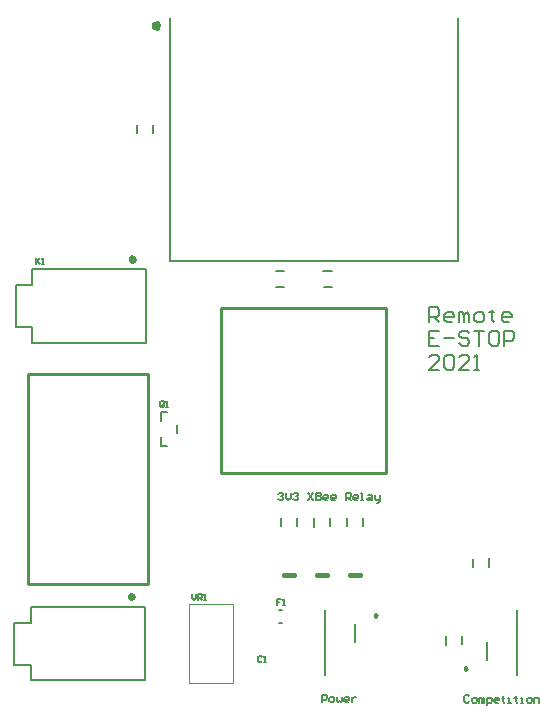
<source format=gto>
G04*
G04 #@! TF.GenerationSoftware,Altium Limited,Altium Designer,20.0.14 (345)*
G04*
G04 Layer_Color=65535*
%FSLAX25Y25*%
%MOIN*%
G70*
G01*
G75*
%ADD10C,0.01575*%
%ADD11C,0.00984*%
%ADD12C,0.01968*%
%ADD13C,0.00787*%
%ADD14C,0.00500*%
%ADD15C,0.01000*%
%ADD16C,0.00200*%
%ADD17C,0.00800*%
D10*
X160531Y329516D02*
X159987Y330265D01*
X159107Y329979D01*
Y329053D01*
X159987Y328767D01*
X160531Y329516D01*
X213425Y146504D02*
X216575D01*
X202426D02*
X205575D01*
X224426D02*
X227575D01*
D11*
X263484Y115142D02*
X262746Y115568D01*
Y114716D01*
X263484Y115142D01*
X233500Y132858D02*
X232762Y133284D01*
Y132432D01*
X233500Y132858D01*
D12*
X152500Y251500D02*
X151750Y251933D01*
Y251067D01*
X152500Y251500D01*
X152000Y139000D02*
X151250Y139433D01*
Y138567D01*
X152000Y139000D01*
D13*
X166559Y193795D02*
Y196205D01*
X161441Y200709D02*
X163500D01*
X161441Y189291D02*
Y192465D01*
Y197535D02*
Y200709D01*
Y189291D02*
X163500D01*
X217600Y162600D02*
Y165356D01*
X212300Y162500D02*
Y165256D01*
X200854Y134567D02*
X201839D01*
X200854Y130433D02*
X201839D01*
X269882Y118095D02*
Y124000D01*
X280118Y113173D02*
Y134827D01*
X156397Y223796D02*
Y248205D01*
X118500Y223796D02*
X156397D01*
X118500Y248205D02*
X156397D01*
X118500Y243000D02*
Y248205D01*
X113000Y243000D02*
X118500D01*
X113000Y229000D02*
Y243000D01*
Y229000D02*
X118500D01*
Y223796D02*
Y229000D01*
X155897Y111295D02*
Y135705D01*
X118000Y111295D02*
X155897D01*
X118000Y135705D02*
X155897D01*
X118000Y130500D02*
Y135705D01*
X112500Y130500D02*
X118000D01*
X112500Y116500D02*
Y130500D01*
Y116500D02*
X118000D01*
Y111295D02*
Y116500D01*
X206700Y162744D02*
Y165500D01*
X201400Y162644D02*
Y165400D01*
X226118Y124000D02*
Y129905D01*
X215882Y113173D02*
Y134827D01*
X199644Y247600D02*
X202400D01*
X199744Y242300D02*
X202500D01*
X215600Y242400D02*
X218356D01*
X215500Y247700D02*
X218256D01*
X223400Y162644D02*
Y165400D01*
X228700Y162744D02*
Y165500D01*
X270600Y149100D02*
Y151856D01*
X265300Y149000D02*
Y151756D01*
X158600Y293651D02*
Y296407D01*
X153300Y293551D02*
Y296307D01*
X256400Y123144D02*
Y125900D01*
X261700Y123244D02*
Y126000D01*
D14*
X164500Y251100D02*
X260500D01*
X164500D02*
Y332000D01*
X260500Y251100D02*
Y332000D01*
X264166Y105916D02*
X263750Y106332D01*
X262916D01*
X262500Y105916D01*
Y104250D01*
X262916Y103833D01*
X263750D01*
X264166Y104250D01*
X265416Y103833D02*
X266249D01*
X266665Y104250D01*
Y105083D01*
X266249Y105499D01*
X265416D01*
X264999Y105083D01*
Y104250D01*
X265416Y103833D01*
X267498D02*
Y105499D01*
X267915D01*
X268331Y105083D01*
Y103833D01*
Y105083D01*
X268748Y105499D01*
X269164Y105083D01*
Y103833D01*
X269998Y103000D02*
Y105499D01*
X271247D01*
X271664Y105083D01*
Y104250D01*
X271247Y103833D01*
X269998D01*
X273746D02*
X272913D01*
X272497Y104250D01*
Y105083D01*
X272913Y105499D01*
X273746D01*
X274163Y105083D01*
Y104666D01*
X272497D01*
X275413Y105916D02*
Y105499D01*
X274996D01*
X275829D01*
X275413D01*
Y104250D01*
X275829Y103833D01*
X277079D02*
X277912D01*
X277495D01*
Y105499D01*
X277079D01*
X279578Y105916D02*
Y105499D01*
X279161D01*
X279994D01*
X279578D01*
Y104250D01*
X279994Y103833D01*
X281244D02*
X282077D01*
X281661D01*
Y105499D01*
X281244D01*
X283743Y103833D02*
X284576D01*
X284993Y104250D01*
Y105083D01*
X284576Y105499D01*
X283743D01*
X283327Y105083D01*
Y104250D01*
X283743Y103833D01*
X285826D02*
Y105499D01*
X287075D01*
X287492Y105083D01*
Y103833D01*
X215000Y104000D02*
Y106499D01*
X216250D01*
X216666Y106083D01*
Y105250D01*
X216250Y104833D01*
X215000D01*
X217916Y104000D02*
X218749D01*
X219165Y104417D01*
Y105250D01*
X218749Y105666D01*
X217916D01*
X217499Y105250D01*
Y104417D01*
X217916Y104000D01*
X219998Y105666D02*
Y104417D01*
X220415Y104000D01*
X220831Y104417D01*
X221248Y104000D01*
X221665Y104417D01*
Y105666D01*
X223747Y104000D02*
X222914D01*
X222498Y104417D01*
Y105250D01*
X222914Y105666D01*
X223747D01*
X224164Y105250D01*
Y104833D01*
X222498D01*
X224997Y105666D02*
Y104000D01*
Y104833D01*
X225413Y105250D01*
X225830Y105666D01*
X226246D01*
X200500Y173416D02*
X200917Y173832D01*
X201750D01*
X202166Y173416D01*
Y172999D01*
X201750Y172583D01*
X201333D01*
X201750D01*
X202166Y172166D01*
Y171750D01*
X201750Y171333D01*
X200917D01*
X200500Y171750D01*
X202999Y173832D02*
Y172166D01*
X203832Y171333D01*
X204665Y172166D01*
Y173832D01*
X205498Y173416D02*
X205915Y173832D01*
X206748D01*
X207165Y173416D01*
Y172999D01*
X206748Y172583D01*
X206331D01*
X206748D01*
X207165Y172166D01*
Y171750D01*
X206748Y171333D01*
X205915D01*
X205498Y171750D01*
X210497Y173832D02*
X212163Y171333D01*
Y173832D02*
X210497Y171333D01*
X212996Y173832D02*
Y171333D01*
X214246D01*
X214662Y171750D01*
Y172166D01*
X214246Y172583D01*
X212996D01*
X214246D01*
X214662Y172999D01*
Y173416D01*
X214246Y173832D01*
X212996D01*
X216745Y171333D02*
X215912D01*
X215495Y171750D01*
Y172583D01*
X215912Y172999D01*
X216745D01*
X217161Y172583D01*
Y172166D01*
X215495D01*
X219244Y171333D02*
X218411D01*
X217994Y171750D01*
Y172583D01*
X218411Y172999D01*
X219244D01*
X219660Y172583D01*
Y172166D01*
X217994D01*
X222993Y171333D02*
Y173832D01*
X224242D01*
X224659Y173416D01*
Y172583D01*
X224242Y172166D01*
X222993D01*
X223826D02*
X224659Y171333D01*
X226742D02*
X225908D01*
X225492Y171750D01*
Y172583D01*
X225908Y172999D01*
X226742D01*
X227158Y172583D01*
Y172166D01*
X225492D01*
X227991Y171333D02*
X228824D01*
X228408D01*
Y173832D01*
X227991D01*
X230490Y172999D02*
X231323D01*
X231740Y172583D01*
Y171333D01*
X230490D01*
X230074Y171750D01*
X230490Y172166D01*
X231740D01*
X232573Y172999D02*
Y171750D01*
X232990Y171333D01*
X234239D01*
Y170916D01*
X233822Y170500D01*
X233406D01*
X234239Y171333D02*
Y172999D01*
X162500Y202834D02*
Y204167D01*
X162167Y204500D01*
X161500D01*
X161167Y204167D01*
Y202834D01*
X161500Y202500D01*
X162167D01*
X161834Y203167D02*
X162500Y202500D01*
X162167D02*
X162500Y202834D01*
X163166Y202500D02*
X163833D01*
X163500D01*
Y204500D01*
X163166Y204167D01*
X171667Y140000D02*
Y138667D01*
X172334Y138000D01*
X173000Y138667D01*
Y140000D01*
X173667Y138000D02*
Y140000D01*
X174667D01*
X175000Y139666D01*
Y139000D01*
X174667Y138667D01*
X173667D01*
X174333D02*
X175000Y138000D01*
X175666D02*
X176333D01*
X175999D01*
Y140000D01*
X175666Y139666D01*
X119667Y252000D02*
Y250000D01*
Y250667D01*
X121000Y252000D01*
X120000Y251000D01*
X121000Y250000D01*
X121667D02*
X122333D01*
X122000D01*
Y252000D01*
X121667Y251666D01*
X201500Y138500D02*
X200167D01*
Y137500D01*
X200834D01*
X200167D01*
Y136500D01*
X202167D02*
X202833D01*
X202500D01*
Y138500D01*
X202167Y138166D01*
X195000Y119167D02*
X194667Y119500D01*
X194000D01*
X193667Y119167D01*
Y117834D01*
X194000Y117500D01*
X194667D01*
X195000Y117834D01*
X195667Y117500D02*
X196333D01*
X196000D01*
Y119500D01*
X195667Y119167D01*
D15*
X117000Y213500D02*
X157000D01*
Y143500D02*
Y213500D01*
X117000Y143500D02*
X157000D01*
X117000D02*
Y213500D01*
X236500Y208000D02*
Y235500D01*
X181500D02*
X236500D01*
X181500Y180500D02*
Y235500D01*
Y180500D02*
X236500D01*
Y208000D01*
D16*
X185350Y110366D02*
Y136744D01*
X170783D02*
X185350D01*
X170783Y110366D02*
Y136744D01*
Y110366D02*
X185350D01*
D17*
X250800Y230636D02*
Y235634D01*
X253299D01*
X254132Y234801D01*
Y233135D01*
X253299Y232302D01*
X250800D01*
X252466D02*
X254132Y230636D01*
X258298D02*
X256631D01*
X255798Y231469D01*
Y233135D01*
X256631Y233968D01*
X258298D01*
X259131Y233135D01*
Y232302D01*
X255798D01*
X260797Y230636D02*
Y233968D01*
X261630D01*
X262463Y233135D01*
Y230636D01*
Y233135D01*
X263296Y233968D01*
X264129Y233135D01*
Y230636D01*
X266628D02*
X268294D01*
X269127Y231469D01*
Y233135D01*
X268294Y233968D01*
X266628D01*
X265795Y233135D01*
Y231469D01*
X266628Y230636D01*
X271627Y234801D02*
Y233968D01*
X270794D01*
X272460D01*
X271627D01*
Y231469D01*
X272460Y230636D01*
X277458D02*
X275792D01*
X274959Y231469D01*
Y233135D01*
X275792Y233968D01*
X277458D01*
X278291Y233135D01*
Y232302D01*
X274959D01*
X254132Y227716D02*
X250800D01*
Y222718D01*
X254132D01*
X250800Y225217D02*
X252466D01*
X255798D02*
X259131D01*
X264129Y226883D02*
X263296Y227716D01*
X261630D01*
X260797Y226883D01*
Y226050D01*
X261630Y225217D01*
X263296D01*
X264129Y224384D01*
Y223551D01*
X263296Y222718D01*
X261630D01*
X260797Y223551D01*
X265795Y227716D02*
X269127D01*
X267461D01*
Y222718D01*
X273293Y227716D02*
X271627D01*
X270794Y226883D01*
Y223551D01*
X271627Y222718D01*
X273293D01*
X274126Y223551D01*
Y226883D01*
X273293Y227716D01*
X275792Y222718D02*
Y227716D01*
X278291D01*
X279124Y226883D01*
Y225217D01*
X278291Y224384D01*
X275792D01*
X254132Y214800D02*
X250800D01*
X254132Y218132D01*
Y218965D01*
X253299Y219798D01*
X251633D01*
X250800Y218965D01*
X255798D02*
X256631Y219798D01*
X258298D01*
X259131Y218965D01*
Y215633D01*
X258298Y214800D01*
X256631D01*
X255798Y215633D01*
Y218965D01*
X264129Y214800D02*
X260797D01*
X264129Y218132D01*
Y218965D01*
X263296Y219798D01*
X261630D01*
X260797Y218965D01*
X265795Y214800D02*
X267461D01*
X266628D01*
Y219798D01*
X265795Y218965D01*
M02*

</source>
